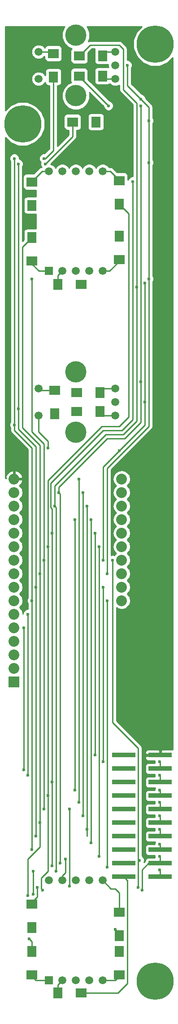
<source format=gbr>
G04 #@! TF.FileFunction,Copper,L2,Bot,Signal*
%FSLAX46Y46*%
G04 Gerber Fmt 4.6, Leading zero omitted, Abs format (unit mm)*
G04 Created by KiCad (PCBNEW 4.0.4+e1-6308~48~ubuntu14.04.1-stable) date Sun Sep 25 16:17:57 2016*
%MOMM*%
%LPD*%
G01*
G04 APERTURE LIST*
%ADD10C,0.100000*%
%ADD11C,1.500000*%
%ADD12R,1.500000X1.500000*%
%ADD13C,4.000000*%
%ADD14O,2.032000X2.032000*%
%ADD15R,2.032000X2.032000*%
%ADD16R,2.000000X1.800000*%
%ADD17R,1.800000X2.000000*%
%ADD18R,4.380000X0.890000*%
%ADD19C,7.000000*%
%ADD20C,0.600000*%
%ADD21C,0.250000*%
%ADD22C,0.254000*%
G04 APERTURE END LIST*
D10*
D11*
X108920000Y-27860000D03*
X111460000Y-27860000D03*
X114000000Y-27860000D03*
X116540000Y-27860000D03*
X119080000Y-27860000D03*
D12*
X108920000Y-46640000D03*
D11*
X111460000Y-46640000D03*
X119080000Y-46640000D03*
X116540000Y-46640000D03*
X114000000Y-46640000D03*
D13*
X114000000Y-65550000D03*
D11*
X107000000Y-73790000D03*
X121500000Y-68710000D03*
X121500000Y-71250000D03*
X121500000Y-73790000D03*
X107000000Y-68710000D03*
D13*
X114000000Y-76950000D03*
D14*
X122660000Y-108540000D03*
X122660000Y-106000000D03*
X122660000Y-103460000D03*
X122660000Y-100920000D03*
X122660000Y-98380000D03*
X122660000Y-95840000D03*
X122660000Y-93300000D03*
X122660000Y-90760000D03*
X122660000Y-88220000D03*
X122660000Y-85680000D03*
X102340000Y-85680000D03*
X102340000Y-88220000D03*
X102340000Y-90760000D03*
X102340000Y-93300000D03*
X102340000Y-95840000D03*
X102340000Y-98380000D03*
X102340000Y-100920000D03*
X102340000Y-103460000D03*
X102340000Y-106000000D03*
X102340000Y-108540000D03*
X102340000Y-111080000D03*
X102340000Y-113620000D03*
X102340000Y-116160000D03*
X102340000Y-118700000D03*
D15*
X102340000Y-123780000D03*
D14*
X102340000Y-121240000D03*
D16*
X114680000Y-6176000D03*
D17*
X119080000Y-6176000D03*
D16*
X114680000Y-9986000D03*
D17*
X119080000Y-9986000D03*
X109768000Y-10154000D03*
D16*
X109768000Y-5754000D03*
X114172000Y-69422000D03*
D17*
X118572000Y-69422000D03*
D16*
X114172000Y-72978000D03*
D17*
X118572000Y-72978000D03*
X110022000Y-73400000D03*
D16*
X110022000Y-69000000D03*
D17*
X105704000Y-34284000D03*
D16*
X105704000Y-29884000D03*
D17*
X122214000Y-34030000D03*
D16*
X122214000Y-29630000D03*
D17*
X105704000Y-169920000D03*
D16*
X105704000Y-165520000D03*
D17*
X122214000Y-171444000D03*
D16*
X122214000Y-167044000D03*
D18*
X123040000Y-137570000D03*
X123040000Y-140110000D03*
X123040000Y-142650000D03*
X123040000Y-145190000D03*
X123040000Y-147730000D03*
X123040000Y-150270000D03*
X123040000Y-152810000D03*
X123040000Y-155350000D03*
X123040000Y-157890000D03*
X123040000Y-160430000D03*
X129960000Y-160430000D03*
X129960000Y-157890000D03*
X129960000Y-155350000D03*
X129960000Y-152810000D03*
X129960000Y-137570000D03*
X129960000Y-140110000D03*
X129960000Y-142650000D03*
X129960000Y-145190000D03*
X129960000Y-147730000D03*
X129960000Y-150270000D03*
D13*
X114000000Y-2300000D03*
D11*
X107000000Y-10540000D03*
X121500000Y-5460000D03*
X121500000Y-8000000D03*
X121500000Y-10540000D03*
X107000000Y-5460000D03*
D13*
X114000000Y-13700000D03*
D11*
X108920000Y-161110000D03*
X111460000Y-161110000D03*
X114000000Y-161110000D03*
X116540000Y-161110000D03*
X119080000Y-161110000D03*
D12*
X108920000Y-179890000D03*
D11*
X111460000Y-179890000D03*
X119080000Y-179890000D03*
X116540000Y-179890000D03*
X114000000Y-179890000D03*
D17*
X122214000Y-174410000D03*
D16*
X122214000Y-178810000D03*
X115016000Y-182198000D03*
D17*
X110616000Y-182198000D03*
X105704000Y-174410000D03*
D16*
X105704000Y-178810000D03*
D17*
X122214000Y-40044000D03*
D16*
X122214000Y-44444000D03*
X115016000Y-49102000D03*
D17*
X110616000Y-49102000D03*
X105704000Y-40298000D03*
D16*
X105704000Y-44698000D03*
X113410000Y-18622000D03*
D17*
X117810000Y-18622000D03*
D19*
X129000000Y-4000000D03*
X104000000Y-19000000D03*
X129000000Y-180000000D03*
D20*
X127802000Y-18368000D03*
X126278000Y-14304000D03*
X123738000Y-7954000D03*
X127802000Y-26242000D03*
X127802000Y-48086000D03*
X119928000Y-103458000D03*
X117896000Y-18622000D03*
X127040000Y-48848000D03*
X127040000Y-71200000D03*
X122214000Y-80344000D03*
X108752000Y-79836000D03*
X119166000Y-100918000D03*
X126024000Y-157306000D03*
X112054000Y-157052000D03*
X120944000Y-100918000D03*
X125770000Y-162386000D03*
X126532000Y-162894000D03*
X118404000Y-156544000D03*
X129834000Y-156544000D03*
X118404000Y-98378000D03*
X116880000Y-154004000D03*
X129834000Y-154258000D03*
X116880000Y-93298000D03*
X116118000Y-151464000D03*
X129834000Y-151464000D03*
X116118000Y-90758000D03*
X115356000Y-148924000D03*
X129834000Y-148924000D03*
X115356000Y-88218000D03*
X114594000Y-146384000D03*
X129834000Y-146384000D03*
X114594000Y-85678000D03*
X113832000Y-144098000D03*
X129834000Y-144098000D03*
X113832000Y-93298000D03*
X129500000Y-136000000D03*
X105704000Y-34284000D03*
X124754000Y-29798000D03*
X105704000Y-169920000D03*
X109514000Y-158322000D03*
X105958000Y-159338000D03*
X105958000Y-163656000D03*
X123040000Y-142650000D03*
X109514000Y-142574000D03*
X109514000Y-95838000D03*
X121452000Y-170260000D03*
X107736000Y-162894000D03*
X123040000Y-145190000D03*
X108752000Y-145114000D03*
X108752000Y-98378000D03*
X122214000Y-40044000D03*
X105704000Y-48086000D03*
X112816000Y-147654000D03*
X122214000Y-174410000D03*
X112816000Y-162132000D03*
X123040000Y-147730000D03*
X107990000Y-100918000D03*
X107990000Y-147654000D03*
X104942000Y-163910000D03*
X105196000Y-172038000D03*
X123040000Y-150270000D03*
X107228000Y-150194000D03*
X107228000Y-103458000D03*
X108244000Y-26496000D03*
X103164000Y-26496000D03*
X110022000Y-73400000D03*
X103164000Y-72470000D03*
X123040000Y-152810000D03*
X106466000Y-105998000D03*
X106466000Y-152734000D03*
X102402000Y-25480000D03*
X107990000Y-25480000D03*
X114172000Y-72978000D03*
X102402000Y-75518000D03*
X123040000Y-155350000D03*
X105704000Y-108538000D03*
X105704000Y-155274000D03*
X120182000Y-15574000D03*
X126278000Y-15574000D03*
X114172000Y-69422000D03*
X126278000Y-67390000D03*
X123040000Y-157890000D03*
X110784000Y-88218000D03*
X111038000Y-157814000D03*
X115016000Y-49102000D03*
X125516000Y-49610000D03*
X123040000Y-160430000D03*
X110022000Y-90758000D03*
X110276000Y-159338000D03*
X119928000Y-158576000D03*
X129834000Y-159084000D03*
X119928000Y-108538000D03*
X106720000Y-162386000D03*
X123040000Y-137570000D03*
X117642000Y-95838000D03*
X117642000Y-137494000D03*
X123040000Y-140110000D03*
X104180000Y-113618000D03*
X104180000Y-140288000D03*
X119166000Y-138764000D03*
X129834000Y-138764000D03*
X119166000Y-105998000D03*
X104942000Y-141304000D03*
X129834000Y-141304000D03*
X104942000Y-111078000D03*
D21*
X127802000Y-15828000D02*
X127802000Y-17352000D01*
X123738000Y-11764000D02*
X126278000Y-14304000D01*
X126278000Y-14304000D02*
X127802000Y-15828000D01*
X123738000Y-7954000D02*
X123738000Y-11764000D01*
X119928000Y-84916000D02*
X119928000Y-83646000D01*
X127802000Y-24718000D02*
X127802000Y-18368000D01*
X127802000Y-18368000D02*
X127802000Y-17352000D01*
X127802000Y-17352000D02*
X127802000Y-17098000D01*
X127802000Y-75772000D02*
X127802000Y-48086000D01*
X127802000Y-48086000D02*
X127802000Y-26242000D01*
X127802000Y-26242000D02*
X127802000Y-24718000D01*
X119928000Y-83646000D02*
X127802000Y-75772000D01*
X119928000Y-103458000D02*
X119928000Y-96346000D01*
X119928000Y-96346000D02*
X119928000Y-91774000D01*
X119928000Y-91774000D02*
X119928000Y-86186000D01*
X119928000Y-86186000D02*
X119928000Y-84916000D01*
X119928000Y-84916000D02*
X119928000Y-84662000D01*
X117896000Y-18622000D02*
X117810000Y-18622000D01*
X127040000Y-48848000D02*
X127040000Y-49610000D01*
X107000000Y-73790000D02*
X107000000Y-76814000D01*
X108752000Y-78566000D02*
X108752000Y-79836000D01*
X107000000Y-76814000D02*
X108752000Y-78566000D01*
X123738000Y-78820000D02*
X122214000Y-80344000D01*
X122214000Y-80344000D02*
X119166000Y-83392000D01*
X119166000Y-84916000D02*
X119166000Y-84662000D01*
X119166000Y-100918000D02*
X119166000Y-84916000D01*
X123738000Y-78820000D02*
X127040000Y-75518000D01*
X127040000Y-75518000D02*
X127040000Y-71200000D01*
X127040000Y-71200000D02*
X127040000Y-49610000D01*
X127040000Y-49610000D02*
X127040000Y-49356000D01*
X119166000Y-83392000D02*
X119166000Y-84662000D01*
X111460000Y-161110000D02*
X111460000Y-160186000D01*
X126024000Y-157306000D02*
X125770000Y-157560000D01*
X112054000Y-159592000D02*
X112054000Y-157052000D01*
X111460000Y-160186000D02*
X112054000Y-159592000D01*
X120944000Y-100918000D02*
X120944000Y-131398000D01*
X125770000Y-136224000D02*
X120944000Y-131398000D01*
X125770000Y-162386000D02*
X125770000Y-157560000D01*
X125770000Y-157560000D02*
X125770000Y-136224000D01*
X105704000Y-44698000D02*
X105704000Y-45292000D01*
X105704000Y-45292000D02*
X107052000Y-46640000D01*
X107052000Y-46640000D02*
X108920000Y-46640000D01*
X129960000Y-157890000D02*
X127726000Y-157890000D01*
X126532000Y-159084000D02*
X127726000Y-157890000D01*
X126532000Y-160100000D02*
X126532000Y-159084000D01*
X126532000Y-162894000D02*
X126532000Y-160100000D01*
X129960000Y-157890000D02*
X129960000Y-156670000D01*
X129960000Y-156670000D02*
X129834000Y-156544000D01*
X118404000Y-154766000D02*
X118404000Y-156544000D01*
X118404000Y-144098000D02*
X118404000Y-154766000D01*
X118404000Y-139018000D02*
X118404000Y-144098000D01*
X118404000Y-126064000D02*
X118404000Y-139018000D01*
X118404000Y-113618000D02*
X118404000Y-126064000D01*
X118404000Y-98378000D02*
X118404000Y-113618000D01*
X110616000Y-49102000D02*
X110616000Y-47484000D01*
X110616000Y-47484000D02*
X111460000Y-46640000D01*
X129960000Y-155350000D02*
X129960000Y-154384000D01*
X129960000Y-154384000D02*
X129834000Y-154258000D01*
X116880000Y-148162000D02*
X116880000Y-154004000D01*
X116880000Y-136986000D02*
X116880000Y-148162000D01*
X116880000Y-93298000D02*
X116880000Y-136986000D01*
X119080000Y-46640000D02*
X120358000Y-46640000D01*
X120358000Y-46640000D02*
X122214000Y-44784000D01*
X122214000Y-44784000D02*
X122214000Y-44444000D01*
X129960000Y-152810000D02*
X129960000Y-151590000D01*
X129960000Y-151590000D02*
X129834000Y-151464000D01*
X116118000Y-90758000D02*
X116118000Y-151464000D01*
X116118000Y-151464000D02*
X116118000Y-152734000D01*
X105704000Y-178810000D02*
X105704000Y-179150000D01*
X105704000Y-179150000D02*
X106444000Y-179890000D01*
X106444000Y-179890000D02*
X108920000Y-179890000D01*
X129960000Y-150270000D02*
X129960000Y-149050000D01*
X129960000Y-149050000D02*
X129834000Y-148924000D01*
X115356000Y-88218000D02*
X115356000Y-148924000D01*
X110616000Y-182198000D02*
X110616000Y-180734000D01*
X110616000Y-180734000D02*
X111460000Y-179890000D01*
X129960000Y-147730000D02*
X129960000Y-146510000D01*
X129960000Y-146510000D02*
X129834000Y-146384000D01*
X114594000Y-85678000D02*
X114594000Y-146384000D01*
X119080000Y-179890000D02*
X121430000Y-179890000D01*
X121430000Y-179890000D02*
X122214000Y-179106000D01*
X122214000Y-179106000D02*
X122214000Y-178810000D01*
X129960000Y-145190000D02*
X129960000Y-144224000D01*
X129960000Y-144224000D02*
X129834000Y-144098000D01*
X113832000Y-93298000D02*
X113832000Y-144098000D01*
X129960000Y-137570000D02*
X129960000Y-136460000D01*
X129960000Y-136460000D02*
X129500000Y-136000000D01*
X109514000Y-91266000D02*
X109260000Y-91012000D01*
X109260000Y-91012000D02*
X109260000Y-86440000D01*
X109260000Y-86440000D02*
X119166000Y-76534000D01*
X119166000Y-76534000D02*
X122722000Y-76534000D01*
X122722000Y-76534000D02*
X124754000Y-74502000D01*
X124754000Y-74502000D02*
X124754000Y-52404000D01*
X109514000Y-95838000D02*
X109514000Y-91266000D01*
X124754000Y-29798000D02*
X124754000Y-52404000D01*
X109514000Y-142574000D02*
X109514000Y-158322000D01*
X105958000Y-163656000D02*
X105958000Y-159338000D01*
X109514000Y-95842000D02*
X109514000Y-142320000D01*
X109514000Y-142574000D02*
X109514000Y-142320000D01*
X109514000Y-95838000D02*
X109514000Y-95842000D01*
X109516000Y-95840000D02*
X109514000Y-95842000D01*
X108752000Y-98378000D02*
X108752000Y-85932000D01*
X123992000Y-35808000D02*
X122214000Y-34030000D01*
X123992000Y-73994000D02*
X123992000Y-35808000D01*
X122214000Y-75772000D02*
X123992000Y-73994000D01*
X118912000Y-75772000D02*
X122214000Y-75772000D01*
X108752000Y-85932000D02*
X118912000Y-75772000D01*
X122214000Y-171444000D02*
X122214000Y-171022000D01*
X122214000Y-171022000D02*
X121452000Y-170260000D01*
X107736000Y-162894000D02*
X107482000Y-162640000D01*
X107482000Y-162640000D02*
X107482000Y-160608000D01*
X107482000Y-160608000D02*
X108752000Y-159338000D01*
X108752000Y-159338000D02*
X108752000Y-145114000D01*
X108752000Y-98636000D02*
X108752000Y-145114000D01*
X108752000Y-98378000D02*
X108752000Y-98636000D01*
X105704000Y-48086000D02*
X105704000Y-50880000D01*
X107990000Y-79074000D02*
X105704000Y-76788000D01*
X105704000Y-76788000D02*
X105704000Y-50880000D01*
X107990000Y-79074000D02*
X107990000Y-100918000D01*
X112816000Y-147654000D02*
X112816000Y-162132000D01*
X107990000Y-100918000D02*
X107990000Y-101176000D01*
X107990000Y-101176000D02*
X107990000Y-147654000D01*
X107228000Y-103458000D02*
X107228000Y-79328000D01*
X103926000Y-42076000D02*
X105704000Y-40298000D01*
X103926000Y-76026000D02*
X103926000Y-42076000D01*
X107228000Y-79328000D02*
X103926000Y-76026000D01*
X104942000Y-157306000D02*
X104942000Y-157052000D01*
X104942000Y-163910000D02*
X104942000Y-157306000D01*
X105704000Y-174410000D02*
X105704000Y-172546000D01*
X105704000Y-172546000D02*
X105196000Y-172038000D01*
X107228000Y-154766000D02*
X107228000Y-154258000D01*
X104942000Y-157052000D02*
X107228000Y-154766000D01*
X107228000Y-154512000D02*
X107228000Y-154258000D01*
X107228000Y-154258000D02*
X107228000Y-150194000D01*
X107228000Y-103462000D02*
X107228000Y-150194000D01*
X107228000Y-103458000D02*
X107228000Y-103462000D01*
X107226000Y-103460000D02*
X107228000Y-103462000D01*
X113410000Y-21330000D02*
X113410000Y-18622000D01*
X108244000Y-26496000D02*
X113410000Y-21330000D01*
X106466000Y-105998000D02*
X106466000Y-79582000D01*
X103164000Y-76280000D02*
X103164000Y-72470000D01*
X103164000Y-72470000D02*
X103164000Y-26496000D01*
X106466000Y-79582000D02*
X103164000Y-76280000D01*
X106466000Y-105998000D02*
X106466000Y-106256000D01*
X106466000Y-106256000D02*
X106466000Y-152734000D01*
X109768000Y-10154000D02*
X109768000Y-23956000D01*
X108244000Y-25480000D02*
X107990000Y-25480000D01*
X109768000Y-23956000D02*
X108244000Y-25480000D01*
X105704000Y-108538000D02*
X105704000Y-79836000D01*
X102402000Y-76534000D02*
X102402000Y-75518000D01*
X102402000Y-75518000D02*
X102402000Y-25480000D01*
X105704000Y-79836000D02*
X102402000Y-76534000D01*
X105704000Y-108538000D02*
X105704000Y-108796000D01*
X105704000Y-108796000D02*
X105704000Y-155020000D01*
X105704000Y-155274000D02*
X105704000Y-155020000D01*
X114680000Y-9986000D02*
X114680000Y-10072000D01*
X114680000Y-10072000D02*
X120182000Y-15574000D01*
X126278000Y-67390000D02*
X126278000Y-17352000D01*
X126278000Y-15574000D02*
X126278000Y-17352000D01*
X110784000Y-88218000D02*
X110784000Y-87202000D01*
X126278000Y-75010000D02*
X126278000Y-67390000D01*
X123230000Y-78058000D02*
X126278000Y-75010000D01*
X119928000Y-78058000D02*
X123230000Y-78058000D01*
X110784000Y-87202000D02*
X119928000Y-78058000D01*
X110784000Y-88218000D02*
X111038000Y-88472000D01*
X111038000Y-88472000D02*
X111038000Y-153750000D01*
X111038000Y-157814000D02*
X111038000Y-153750000D01*
X125516000Y-16844000D02*
X125516000Y-15066000D01*
X125516000Y-49102000D02*
X125516000Y-24718000D01*
X125516000Y-49610000D02*
X125516000Y-49102000D01*
X125516000Y-24718000D02*
X125516000Y-16844000D01*
X116712000Y-4144000D02*
X114680000Y-6176000D01*
X122214000Y-4144000D02*
X116712000Y-4144000D01*
X122976000Y-4906000D02*
X122214000Y-4144000D01*
X122976000Y-12526000D02*
X122976000Y-4906000D01*
X125516000Y-15066000D02*
X122976000Y-12526000D01*
X110022000Y-90758000D02*
X110022000Y-86948000D01*
X125516000Y-74756000D02*
X125516000Y-49610000D01*
X122976000Y-77296000D02*
X125516000Y-74756000D01*
X119674000Y-77296000D02*
X122976000Y-77296000D01*
X110022000Y-86948000D02*
X119674000Y-77296000D01*
X115016000Y-182198000D02*
X121960000Y-182198000D01*
X123738000Y-161128000D02*
X123040000Y-160430000D01*
X123738000Y-180420000D02*
X123738000Y-161128000D01*
X121960000Y-182198000D02*
X123738000Y-180420000D01*
X110022000Y-90758000D02*
X110276000Y-91012000D01*
X110276000Y-91012000D02*
X110276000Y-154258000D01*
X110276000Y-159338000D02*
X110276000Y-154258000D01*
X129960000Y-160430000D02*
X129960000Y-159210000D01*
X119928000Y-158576000D02*
X119928000Y-156798000D01*
X129960000Y-159210000D02*
X129834000Y-159084000D01*
X119928000Y-109300000D02*
X119928000Y-108538000D01*
X119928000Y-157052000D02*
X119928000Y-156798000D01*
X119928000Y-156798000D02*
X119928000Y-109300000D01*
X119080000Y-6176000D02*
X119080000Y-6008000D01*
X119080000Y-6008000D02*
X119628000Y-5460000D01*
X119628000Y-5460000D02*
X121500000Y-5460000D01*
X121500000Y-10540000D02*
X119634000Y-10540000D01*
X119634000Y-10540000D02*
X119080000Y-9986000D01*
X107000000Y-5460000D02*
X109474000Y-5460000D01*
X109474000Y-5460000D02*
X109768000Y-5754000D01*
X118572000Y-69422000D02*
X118658000Y-69422000D01*
X118658000Y-69422000D02*
X119370000Y-68710000D01*
X119370000Y-68710000D02*
X121500000Y-68710000D01*
X118572000Y-72978000D02*
X118572000Y-73146000D01*
X118572000Y-73146000D02*
X119216000Y-73790000D01*
X119216000Y-73790000D02*
X121500000Y-73790000D01*
X110022000Y-69000000D02*
X107290000Y-69000000D01*
X107290000Y-69000000D02*
X107000000Y-68710000D01*
X108920000Y-27860000D02*
X107642000Y-27860000D01*
X107642000Y-27860000D02*
X105704000Y-29798000D01*
X105704000Y-29798000D02*
X105704000Y-29884000D01*
X119080000Y-27860000D02*
X120530000Y-27860000D01*
X120530000Y-27860000D02*
X122214000Y-29544000D01*
X122214000Y-29544000D02*
X122214000Y-29630000D01*
X105704000Y-165520000D02*
X105704000Y-165180000D01*
X105704000Y-165180000D02*
X106720000Y-164164000D01*
X106720000Y-164164000D02*
X106720000Y-162386000D01*
X122214000Y-167044000D02*
X122214000Y-163402000D01*
X120610000Y-162640000D02*
X119080000Y-161110000D01*
X121452000Y-162640000D02*
X120610000Y-162640000D01*
X122214000Y-163402000D02*
X121452000Y-162640000D01*
X117642000Y-95838000D02*
X117642000Y-137494000D01*
X104180000Y-113618000D02*
X104180000Y-115396000D01*
X104180000Y-115396000D02*
X104180000Y-140288000D01*
X102340000Y-113620000D02*
X102404000Y-113620000D01*
X129960000Y-140110000D02*
X129960000Y-138890000D01*
X129960000Y-138890000D02*
X129834000Y-138764000D01*
X119166000Y-105998000D02*
X119166000Y-138764000D01*
X129960000Y-142650000D02*
X129960000Y-141430000D01*
X129960000Y-141430000D02*
X129834000Y-141304000D01*
X104942000Y-113618000D02*
X104942000Y-141304000D01*
X104942000Y-111078000D02*
X104942000Y-113618000D01*
X102340000Y-111080000D02*
X102404000Y-111080000D01*
D22*
G36*
X125496562Y-1654653D02*
X124865720Y-3173889D01*
X124864284Y-4818894D01*
X125492474Y-6339229D01*
X126654653Y-7503438D01*
X128173889Y-8134280D01*
X129818894Y-8135716D01*
X131339229Y-7507526D01*
X132290000Y-6558413D01*
X132290000Y-136495671D01*
X132276310Y-136490000D01*
X130245750Y-136490000D01*
X130087000Y-136648750D01*
X130087000Y-137443000D01*
X130107000Y-137443000D01*
X130107000Y-137697000D01*
X130087000Y-137697000D01*
X130087000Y-137717000D01*
X129833000Y-137717000D01*
X129833000Y-137697000D01*
X127293750Y-137697000D01*
X127135000Y-137855750D01*
X127135000Y-138141309D01*
X127231673Y-138374698D01*
X127410301Y-138553327D01*
X127643690Y-138650000D01*
X128899099Y-138650000D01*
X128898838Y-138949167D01*
X128927097Y-139017560D01*
X127770000Y-139017560D01*
X127534683Y-139061838D01*
X127318559Y-139200910D01*
X127173569Y-139413110D01*
X127122560Y-139665000D01*
X127122560Y-140555000D01*
X127166838Y-140790317D01*
X127305910Y-141006441D01*
X127518110Y-141151431D01*
X127770000Y-141202440D01*
X128899088Y-141202440D01*
X128898838Y-141489167D01*
X128927097Y-141557560D01*
X127770000Y-141557560D01*
X127534683Y-141601838D01*
X127318559Y-141740910D01*
X127173569Y-141953110D01*
X127122560Y-142205000D01*
X127122560Y-143095000D01*
X127166838Y-143330317D01*
X127305910Y-143546441D01*
X127518110Y-143691431D01*
X127770000Y-143742440D01*
X128969238Y-143742440D01*
X128899162Y-143911201D01*
X128899000Y-144097560D01*
X127770000Y-144097560D01*
X127534683Y-144141838D01*
X127318559Y-144280910D01*
X127173569Y-144493110D01*
X127122560Y-144745000D01*
X127122560Y-145635000D01*
X127166838Y-145870317D01*
X127305910Y-146086441D01*
X127518110Y-146231431D01*
X127770000Y-146282440D01*
X128899088Y-146282440D01*
X128898838Y-146569167D01*
X128927097Y-146637560D01*
X127770000Y-146637560D01*
X127534683Y-146681838D01*
X127318559Y-146820910D01*
X127173569Y-147033110D01*
X127122560Y-147285000D01*
X127122560Y-148175000D01*
X127166838Y-148410317D01*
X127305910Y-148626441D01*
X127518110Y-148771431D01*
X127770000Y-148822440D01*
X128899088Y-148822440D01*
X128898838Y-149109167D01*
X128927097Y-149177560D01*
X127770000Y-149177560D01*
X127534683Y-149221838D01*
X127318559Y-149360910D01*
X127173569Y-149573110D01*
X127122560Y-149825000D01*
X127122560Y-150715000D01*
X127166838Y-150950317D01*
X127305910Y-151166441D01*
X127518110Y-151311431D01*
X127770000Y-151362440D01*
X128899088Y-151362440D01*
X128898838Y-151649167D01*
X128927097Y-151717560D01*
X127770000Y-151717560D01*
X127534683Y-151761838D01*
X127318559Y-151900910D01*
X127173569Y-152113110D01*
X127122560Y-152365000D01*
X127122560Y-153255000D01*
X127166838Y-153490317D01*
X127305910Y-153706441D01*
X127518110Y-153851431D01*
X127770000Y-153902440D01*
X128969238Y-153902440D01*
X128899162Y-154071201D01*
X128899000Y-154257560D01*
X127770000Y-154257560D01*
X127534683Y-154301838D01*
X127318559Y-154440910D01*
X127173569Y-154653110D01*
X127122560Y-154905000D01*
X127122560Y-155795000D01*
X127166838Y-156030317D01*
X127305910Y-156246441D01*
X127518110Y-156391431D01*
X127770000Y-156442440D01*
X128899088Y-156442440D01*
X128898838Y-156729167D01*
X128927097Y-156797560D01*
X127770000Y-156797560D01*
X127534683Y-156841838D01*
X127318559Y-156980910D01*
X127173569Y-157193110D01*
X127129254Y-157411944D01*
X126895241Y-157645957D01*
X126958838Y-157492799D01*
X126959162Y-157120833D01*
X126817117Y-156777057D01*
X126554327Y-156513808D01*
X126530000Y-156503706D01*
X126530000Y-136998691D01*
X127135000Y-136998691D01*
X127135000Y-137284250D01*
X127293750Y-137443000D01*
X129833000Y-137443000D01*
X129833000Y-136648750D01*
X129674250Y-136490000D01*
X127643690Y-136490000D01*
X127410301Y-136586673D01*
X127231673Y-136765302D01*
X127135000Y-136998691D01*
X126530000Y-136998691D01*
X126530000Y-136224000D01*
X126472148Y-135933161D01*
X126307401Y-135686599D01*
X121704000Y-131083198D01*
X121704000Y-109870320D01*
X121995845Y-110065325D01*
X122627655Y-110191000D01*
X122692345Y-110191000D01*
X123324155Y-110065325D01*
X123859778Y-109707433D01*
X124217670Y-109171810D01*
X124343345Y-108540000D01*
X124217670Y-107908190D01*
X123859778Y-107372567D01*
X123706276Y-107270000D01*
X123859778Y-107167433D01*
X124217670Y-106631810D01*
X124343345Y-106000000D01*
X124217670Y-105368190D01*
X123859778Y-104832567D01*
X123706276Y-104730000D01*
X123859778Y-104627433D01*
X124217670Y-104091810D01*
X124343345Y-103460000D01*
X124217670Y-102828190D01*
X123859778Y-102292567D01*
X123706276Y-102190000D01*
X123859778Y-102087433D01*
X124217670Y-101551810D01*
X124343345Y-100920000D01*
X124217670Y-100288190D01*
X123859778Y-99752567D01*
X123706276Y-99650000D01*
X123859778Y-99547433D01*
X124217670Y-99011810D01*
X124343345Y-98380000D01*
X124217670Y-97748190D01*
X123859778Y-97212567D01*
X123706276Y-97110000D01*
X123859778Y-97007433D01*
X124217670Y-96471810D01*
X124343345Y-95840000D01*
X124217670Y-95208190D01*
X123859778Y-94672567D01*
X123706276Y-94570000D01*
X123859778Y-94467433D01*
X124217670Y-93931810D01*
X124343345Y-93300000D01*
X124217670Y-92668190D01*
X123859778Y-92132567D01*
X123706276Y-92030000D01*
X123859778Y-91927433D01*
X124217670Y-91391810D01*
X124343345Y-90760000D01*
X124217670Y-90128190D01*
X123859778Y-89592567D01*
X123706276Y-89490000D01*
X123859778Y-89387433D01*
X124217670Y-88851810D01*
X124343345Y-88220000D01*
X124217670Y-87588190D01*
X123859778Y-87052567D01*
X123706276Y-86950000D01*
X123859778Y-86847433D01*
X124217670Y-86311810D01*
X124343345Y-85680000D01*
X124217670Y-85048190D01*
X123859778Y-84512567D01*
X123324155Y-84154675D01*
X122692345Y-84029000D01*
X122627655Y-84029000D01*
X121995845Y-84154675D01*
X121460222Y-84512567D01*
X121102330Y-85048190D01*
X120976655Y-85680000D01*
X121102330Y-86311810D01*
X121460222Y-86847433D01*
X121613724Y-86950000D01*
X121460222Y-87052567D01*
X121102330Y-87588190D01*
X120976655Y-88220000D01*
X121102330Y-88851810D01*
X121460222Y-89387433D01*
X121613724Y-89490000D01*
X121460222Y-89592567D01*
X121102330Y-90128190D01*
X120976655Y-90760000D01*
X121102330Y-91391810D01*
X121460222Y-91927433D01*
X121613724Y-92030000D01*
X121460222Y-92132567D01*
X121102330Y-92668190D01*
X120976655Y-93300000D01*
X121102330Y-93931810D01*
X121460222Y-94467433D01*
X121613724Y-94570000D01*
X121460222Y-94672567D01*
X121102330Y-95208190D01*
X120976655Y-95840000D01*
X121102330Y-96471810D01*
X121460222Y-97007433D01*
X121613724Y-97110000D01*
X121460222Y-97212567D01*
X121102330Y-97748190D01*
X120976655Y-98380000D01*
X121102330Y-99011810D01*
X121460222Y-99547433D01*
X121613724Y-99650000D01*
X121460222Y-99752567D01*
X121268060Y-100040158D01*
X121130799Y-99983162D01*
X120758833Y-99982838D01*
X120688000Y-100012106D01*
X120688000Y-83960802D01*
X128339401Y-76309401D01*
X128504148Y-76062839D01*
X128562000Y-75772000D01*
X128562000Y-48648463D01*
X128594192Y-48616327D01*
X128736838Y-48272799D01*
X128737162Y-47900833D01*
X128595117Y-47557057D01*
X128562000Y-47523882D01*
X128562000Y-26804463D01*
X128594192Y-26772327D01*
X128736838Y-26428799D01*
X128737162Y-26056833D01*
X128595117Y-25713057D01*
X128562000Y-25679882D01*
X128562000Y-18930463D01*
X128594192Y-18898327D01*
X128736838Y-18554799D01*
X128737162Y-18182833D01*
X128595117Y-17839057D01*
X128562000Y-17805882D01*
X128562000Y-15828000D01*
X128504148Y-15537161D01*
X128504148Y-15537160D01*
X128339401Y-15290599D01*
X127213122Y-14164320D01*
X127213162Y-14118833D01*
X127071117Y-13775057D01*
X126808327Y-13511808D01*
X126464799Y-13369162D01*
X126417923Y-13369121D01*
X124498000Y-11449198D01*
X124498000Y-8516463D01*
X124530192Y-8484327D01*
X124672838Y-8140799D01*
X124673162Y-7768833D01*
X124531117Y-7425057D01*
X124268327Y-7161808D01*
X123924799Y-7019162D01*
X123736000Y-7018998D01*
X123736000Y-4906000D01*
X123678148Y-4615161D01*
X123513401Y-4368599D01*
X122751401Y-3606599D01*
X122504839Y-3441852D01*
X122214000Y-3384000D01*
X116712000Y-3384000D01*
X116421161Y-3441852D01*
X116362808Y-3480842D01*
X116634542Y-2826433D01*
X116635457Y-1778166D01*
X116235147Y-809342D01*
X116135978Y-710000D01*
X126442865Y-710000D01*
X125496562Y-1654653D01*
X125496562Y-1654653D01*
G37*
X125496562Y-1654653D02*
X124865720Y-3173889D01*
X124864284Y-4818894D01*
X125492474Y-6339229D01*
X126654653Y-7503438D01*
X128173889Y-8134280D01*
X129818894Y-8135716D01*
X131339229Y-7507526D01*
X132290000Y-6558413D01*
X132290000Y-136495671D01*
X132276310Y-136490000D01*
X130245750Y-136490000D01*
X130087000Y-136648750D01*
X130087000Y-137443000D01*
X130107000Y-137443000D01*
X130107000Y-137697000D01*
X130087000Y-137697000D01*
X130087000Y-137717000D01*
X129833000Y-137717000D01*
X129833000Y-137697000D01*
X127293750Y-137697000D01*
X127135000Y-137855750D01*
X127135000Y-138141309D01*
X127231673Y-138374698D01*
X127410301Y-138553327D01*
X127643690Y-138650000D01*
X128899099Y-138650000D01*
X128898838Y-138949167D01*
X128927097Y-139017560D01*
X127770000Y-139017560D01*
X127534683Y-139061838D01*
X127318559Y-139200910D01*
X127173569Y-139413110D01*
X127122560Y-139665000D01*
X127122560Y-140555000D01*
X127166838Y-140790317D01*
X127305910Y-141006441D01*
X127518110Y-141151431D01*
X127770000Y-141202440D01*
X128899088Y-141202440D01*
X128898838Y-141489167D01*
X128927097Y-141557560D01*
X127770000Y-141557560D01*
X127534683Y-141601838D01*
X127318559Y-141740910D01*
X127173569Y-141953110D01*
X127122560Y-142205000D01*
X127122560Y-143095000D01*
X127166838Y-143330317D01*
X127305910Y-143546441D01*
X127518110Y-143691431D01*
X127770000Y-143742440D01*
X128969238Y-143742440D01*
X128899162Y-143911201D01*
X128899000Y-144097560D01*
X127770000Y-144097560D01*
X127534683Y-144141838D01*
X127318559Y-144280910D01*
X127173569Y-144493110D01*
X127122560Y-144745000D01*
X127122560Y-145635000D01*
X127166838Y-145870317D01*
X127305910Y-146086441D01*
X127518110Y-146231431D01*
X127770000Y-146282440D01*
X128899088Y-146282440D01*
X128898838Y-146569167D01*
X128927097Y-146637560D01*
X127770000Y-146637560D01*
X127534683Y-146681838D01*
X127318559Y-146820910D01*
X127173569Y-147033110D01*
X127122560Y-147285000D01*
X127122560Y-148175000D01*
X127166838Y-148410317D01*
X127305910Y-148626441D01*
X127518110Y-148771431D01*
X127770000Y-148822440D01*
X128899088Y-148822440D01*
X128898838Y-149109167D01*
X128927097Y-149177560D01*
X127770000Y-149177560D01*
X127534683Y-149221838D01*
X127318559Y-149360910D01*
X127173569Y-149573110D01*
X127122560Y-149825000D01*
X127122560Y-150715000D01*
X127166838Y-150950317D01*
X127305910Y-151166441D01*
X127518110Y-151311431D01*
X127770000Y-151362440D01*
X128899088Y-151362440D01*
X128898838Y-151649167D01*
X128927097Y-151717560D01*
X127770000Y-151717560D01*
X127534683Y-151761838D01*
X127318559Y-151900910D01*
X127173569Y-152113110D01*
X127122560Y-152365000D01*
X127122560Y-153255000D01*
X127166838Y-153490317D01*
X127305910Y-153706441D01*
X127518110Y-153851431D01*
X127770000Y-153902440D01*
X128969238Y-153902440D01*
X128899162Y-154071201D01*
X128899000Y-154257560D01*
X127770000Y-154257560D01*
X127534683Y-154301838D01*
X127318559Y-154440910D01*
X127173569Y-154653110D01*
X127122560Y-154905000D01*
X127122560Y-155795000D01*
X127166838Y-156030317D01*
X127305910Y-156246441D01*
X127518110Y-156391431D01*
X127770000Y-156442440D01*
X128899088Y-156442440D01*
X128898838Y-156729167D01*
X128927097Y-156797560D01*
X127770000Y-156797560D01*
X127534683Y-156841838D01*
X127318559Y-156980910D01*
X127173569Y-157193110D01*
X127129254Y-157411944D01*
X126895241Y-157645957D01*
X126958838Y-157492799D01*
X126959162Y-157120833D01*
X126817117Y-156777057D01*
X126554327Y-156513808D01*
X126530000Y-156503706D01*
X126530000Y-136998691D01*
X127135000Y-136998691D01*
X127135000Y-137284250D01*
X127293750Y-137443000D01*
X129833000Y-137443000D01*
X129833000Y-136648750D01*
X129674250Y-136490000D01*
X127643690Y-136490000D01*
X127410301Y-136586673D01*
X127231673Y-136765302D01*
X127135000Y-136998691D01*
X126530000Y-136998691D01*
X126530000Y-136224000D01*
X126472148Y-135933161D01*
X126307401Y-135686599D01*
X121704000Y-131083198D01*
X121704000Y-109870320D01*
X121995845Y-110065325D01*
X122627655Y-110191000D01*
X122692345Y-110191000D01*
X123324155Y-110065325D01*
X123859778Y-109707433D01*
X124217670Y-109171810D01*
X124343345Y-108540000D01*
X124217670Y-107908190D01*
X123859778Y-107372567D01*
X123706276Y-107270000D01*
X123859778Y-107167433D01*
X124217670Y-106631810D01*
X124343345Y-106000000D01*
X124217670Y-105368190D01*
X123859778Y-104832567D01*
X123706276Y-104730000D01*
X123859778Y-104627433D01*
X124217670Y-104091810D01*
X124343345Y-103460000D01*
X124217670Y-102828190D01*
X123859778Y-102292567D01*
X123706276Y-102190000D01*
X123859778Y-102087433D01*
X124217670Y-101551810D01*
X124343345Y-100920000D01*
X124217670Y-100288190D01*
X123859778Y-99752567D01*
X123706276Y-99650000D01*
X123859778Y-99547433D01*
X124217670Y-99011810D01*
X124343345Y-98380000D01*
X124217670Y-97748190D01*
X123859778Y-97212567D01*
X123706276Y-97110000D01*
X123859778Y-97007433D01*
X124217670Y-96471810D01*
X124343345Y-95840000D01*
X124217670Y-95208190D01*
X123859778Y-94672567D01*
X123706276Y-94570000D01*
X123859778Y-94467433D01*
X124217670Y-93931810D01*
X124343345Y-93300000D01*
X124217670Y-92668190D01*
X123859778Y-92132567D01*
X123706276Y-92030000D01*
X123859778Y-91927433D01*
X124217670Y-91391810D01*
X124343345Y-90760000D01*
X124217670Y-90128190D01*
X123859778Y-89592567D01*
X123706276Y-89490000D01*
X123859778Y-89387433D01*
X124217670Y-88851810D01*
X124343345Y-88220000D01*
X124217670Y-87588190D01*
X123859778Y-87052567D01*
X123706276Y-86950000D01*
X123859778Y-86847433D01*
X124217670Y-86311810D01*
X124343345Y-85680000D01*
X124217670Y-85048190D01*
X123859778Y-84512567D01*
X123324155Y-84154675D01*
X122692345Y-84029000D01*
X122627655Y-84029000D01*
X121995845Y-84154675D01*
X121460222Y-84512567D01*
X121102330Y-85048190D01*
X120976655Y-85680000D01*
X121102330Y-86311810D01*
X121460222Y-86847433D01*
X121613724Y-86950000D01*
X121460222Y-87052567D01*
X121102330Y-87588190D01*
X120976655Y-88220000D01*
X121102330Y-88851810D01*
X121460222Y-89387433D01*
X121613724Y-89490000D01*
X121460222Y-89592567D01*
X121102330Y-90128190D01*
X120976655Y-90760000D01*
X121102330Y-91391810D01*
X121460222Y-91927433D01*
X121613724Y-92030000D01*
X121460222Y-92132567D01*
X121102330Y-92668190D01*
X120976655Y-93300000D01*
X121102330Y-93931810D01*
X121460222Y-94467433D01*
X121613724Y-94570000D01*
X121460222Y-94672567D01*
X121102330Y-95208190D01*
X120976655Y-95840000D01*
X121102330Y-96471810D01*
X121460222Y-97007433D01*
X121613724Y-97110000D01*
X121460222Y-97212567D01*
X121102330Y-97748190D01*
X120976655Y-98380000D01*
X121102330Y-99011810D01*
X121460222Y-99547433D01*
X121613724Y-99650000D01*
X121460222Y-99752567D01*
X121268060Y-100040158D01*
X121130799Y-99983162D01*
X120758833Y-99982838D01*
X120688000Y-100012106D01*
X120688000Y-83960802D01*
X128339401Y-76309401D01*
X128504148Y-76062839D01*
X128562000Y-75772000D01*
X128562000Y-48648463D01*
X128594192Y-48616327D01*
X128736838Y-48272799D01*
X128737162Y-47900833D01*
X128595117Y-47557057D01*
X128562000Y-47523882D01*
X128562000Y-26804463D01*
X128594192Y-26772327D01*
X128736838Y-26428799D01*
X128737162Y-26056833D01*
X128595117Y-25713057D01*
X128562000Y-25679882D01*
X128562000Y-18930463D01*
X128594192Y-18898327D01*
X128736838Y-18554799D01*
X128737162Y-18182833D01*
X128595117Y-17839057D01*
X128562000Y-17805882D01*
X128562000Y-15828000D01*
X128504148Y-15537161D01*
X128504148Y-15537160D01*
X128339401Y-15290599D01*
X127213122Y-14164320D01*
X127213162Y-14118833D01*
X127071117Y-13775057D01*
X126808327Y-13511808D01*
X126464799Y-13369162D01*
X126417923Y-13369121D01*
X124498000Y-11449198D01*
X124498000Y-8516463D01*
X124530192Y-8484327D01*
X124672838Y-8140799D01*
X124673162Y-7768833D01*
X124531117Y-7425057D01*
X124268327Y-7161808D01*
X123924799Y-7019162D01*
X123736000Y-7018998D01*
X123736000Y-4906000D01*
X123678148Y-4615161D01*
X123513401Y-4368599D01*
X122751401Y-3606599D01*
X122504839Y-3441852D01*
X122214000Y-3384000D01*
X116712000Y-3384000D01*
X116421161Y-3441852D01*
X116362808Y-3480842D01*
X116634542Y-2826433D01*
X116635457Y-1778166D01*
X116235147Y-809342D01*
X116135978Y-710000D01*
X126442865Y-710000D01*
X125496562Y-1654653D01*
G36*
X102467000Y-116033000D02*
X102487000Y-116033000D01*
X102487000Y-116287000D01*
X102467000Y-116287000D01*
X102467000Y-116307000D01*
X102213000Y-116307000D01*
X102213000Y-116287000D01*
X102193000Y-116287000D01*
X102193000Y-116033000D01*
X102213000Y-116033000D01*
X102213000Y-116013000D01*
X102467000Y-116013000D01*
X102467000Y-116033000D01*
X102467000Y-116033000D01*
G37*
X102467000Y-116033000D02*
X102487000Y-116033000D01*
X102487000Y-116287000D01*
X102467000Y-116287000D01*
X102467000Y-116307000D01*
X102213000Y-116307000D01*
X102213000Y-116287000D01*
X102193000Y-116287000D01*
X102193000Y-116033000D01*
X102213000Y-116033000D01*
X102213000Y-116013000D01*
X102467000Y-116013000D01*
X102467000Y-116033000D01*
G36*
X111767458Y-805443D02*
X111365458Y-1773567D01*
X111364543Y-2821834D01*
X111764853Y-3790658D01*
X112505443Y-4532542D01*
X113217437Y-4828188D01*
X113083569Y-5024110D01*
X113032560Y-5276000D01*
X113032560Y-7076000D01*
X113076838Y-7311317D01*
X113215910Y-7527441D01*
X113428110Y-7672431D01*
X113680000Y-7723440D01*
X115680000Y-7723440D01*
X115915317Y-7679162D01*
X116131441Y-7540090D01*
X116276431Y-7327890D01*
X116327440Y-7076000D01*
X116327440Y-5603362D01*
X117026802Y-4904000D01*
X117597310Y-4904000D01*
X117583569Y-4924110D01*
X117532560Y-5176000D01*
X117532560Y-7176000D01*
X117576838Y-7411317D01*
X117715910Y-7627441D01*
X117928110Y-7772431D01*
X118180000Y-7823440D01*
X119980000Y-7823440D01*
X120115176Y-7798005D01*
X120114760Y-8274285D01*
X120156048Y-8374211D01*
X119980000Y-8338560D01*
X118180000Y-8338560D01*
X117944683Y-8382838D01*
X117728559Y-8521910D01*
X117583569Y-8734110D01*
X117532560Y-8986000D01*
X117532560Y-10986000D01*
X117576838Y-11221317D01*
X117715910Y-11437441D01*
X117928110Y-11582431D01*
X118180000Y-11633440D01*
X119980000Y-11633440D01*
X120215317Y-11589162D01*
X120431441Y-11450090D01*
X120439601Y-11438147D01*
X120714436Y-11713461D01*
X121223298Y-11924759D01*
X121774285Y-11925240D01*
X122216000Y-11742728D01*
X122216000Y-12526000D01*
X122273852Y-12816839D01*
X122438599Y-13063401D01*
X124756000Y-15380802D01*
X124756000Y-28863001D01*
X124568833Y-28862838D01*
X124225057Y-29004883D01*
X123961808Y-29267673D01*
X123861440Y-29509385D01*
X123861440Y-28730000D01*
X123817162Y-28494683D01*
X123678090Y-28278559D01*
X123465890Y-28133569D01*
X123214000Y-28082560D01*
X121827362Y-28082560D01*
X121067401Y-27322599D01*
X120820839Y-27157852D01*
X120530000Y-27100000D01*
X120264547Y-27100000D01*
X120254831Y-27076485D01*
X119865564Y-26686539D01*
X119356702Y-26475241D01*
X118805715Y-26474760D01*
X118296485Y-26685169D01*
X117906539Y-27074436D01*
X117810024Y-27306870D01*
X117714831Y-27076485D01*
X117325564Y-26686539D01*
X116816702Y-26475241D01*
X116265715Y-26474760D01*
X115756485Y-26685169D01*
X115366539Y-27074436D01*
X115270024Y-27306870D01*
X115174831Y-27076485D01*
X114785564Y-26686539D01*
X114276702Y-26475241D01*
X113725715Y-26474760D01*
X113216485Y-26685169D01*
X112826539Y-27074436D01*
X112730024Y-27306870D01*
X112634831Y-27076485D01*
X112245564Y-26686539D01*
X111736702Y-26475241D01*
X111185715Y-26474760D01*
X110676485Y-26685169D01*
X110286539Y-27074436D01*
X110190024Y-27306870D01*
X110094831Y-27076485D01*
X109705564Y-26686539D01*
X109297646Y-26517156D01*
X113947401Y-21867401D01*
X114112148Y-21620840D01*
X114170000Y-21330000D01*
X114170000Y-20169440D01*
X114410000Y-20169440D01*
X114645317Y-20125162D01*
X114861441Y-19986090D01*
X115006431Y-19773890D01*
X115057440Y-19522000D01*
X115057440Y-17722000D01*
X115038624Y-17622000D01*
X116262560Y-17622000D01*
X116262560Y-19622000D01*
X116306838Y-19857317D01*
X116445910Y-20073441D01*
X116658110Y-20218431D01*
X116910000Y-20269440D01*
X118710000Y-20269440D01*
X118945317Y-20225162D01*
X119161441Y-20086090D01*
X119306431Y-19873890D01*
X119357440Y-19622000D01*
X119357440Y-17622000D01*
X119313162Y-17386683D01*
X119174090Y-17170559D01*
X118961890Y-17025569D01*
X118710000Y-16974560D01*
X116910000Y-16974560D01*
X116674683Y-17018838D01*
X116458559Y-17157910D01*
X116313569Y-17370110D01*
X116262560Y-17622000D01*
X115038624Y-17622000D01*
X115013162Y-17486683D01*
X114874090Y-17270559D01*
X114661890Y-17125569D01*
X114410000Y-17074560D01*
X112410000Y-17074560D01*
X112174683Y-17118838D01*
X111958559Y-17257910D01*
X111813569Y-17470110D01*
X111762560Y-17722000D01*
X111762560Y-19522000D01*
X111806838Y-19757317D01*
X111945910Y-19973441D01*
X112158110Y-20118431D01*
X112410000Y-20169440D01*
X112650000Y-20169440D01*
X112650000Y-21015198D01*
X110528000Y-23137198D01*
X110528000Y-14221834D01*
X111364543Y-14221834D01*
X111764853Y-15190658D01*
X112505443Y-15932542D01*
X113473567Y-16334542D01*
X114521834Y-16335457D01*
X115490658Y-15935147D01*
X116232542Y-15194557D01*
X116634542Y-14226433D01*
X116635457Y-13178166D01*
X116582008Y-13048810D01*
X119246878Y-15713680D01*
X119246838Y-15759167D01*
X119388883Y-16102943D01*
X119651673Y-16366192D01*
X119995201Y-16508838D01*
X120367167Y-16509162D01*
X120710943Y-16367117D01*
X120974192Y-16104327D01*
X121116838Y-15760799D01*
X121117162Y-15388833D01*
X120975117Y-15045057D01*
X120712327Y-14781808D01*
X120368799Y-14639162D01*
X120321923Y-14639121D01*
X116327440Y-10644638D01*
X116327440Y-9086000D01*
X116283162Y-8850683D01*
X116144090Y-8634559D01*
X115931890Y-8489569D01*
X115680000Y-8438560D01*
X113680000Y-8438560D01*
X113444683Y-8482838D01*
X113228559Y-8621910D01*
X113083569Y-8834110D01*
X113032560Y-9086000D01*
X113032560Y-10886000D01*
X113076838Y-11121317D01*
X113132272Y-11207464D01*
X112509342Y-11464853D01*
X111767458Y-12205443D01*
X111365458Y-13173567D01*
X111364543Y-14221834D01*
X110528000Y-14221834D01*
X110528000Y-11801440D01*
X110668000Y-11801440D01*
X110903317Y-11757162D01*
X111119441Y-11618090D01*
X111264431Y-11405890D01*
X111315440Y-11154000D01*
X111315440Y-9154000D01*
X111271162Y-8918683D01*
X111132090Y-8702559D01*
X110919890Y-8557569D01*
X110668000Y-8506560D01*
X108868000Y-8506560D01*
X108632683Y-8550838D01*
X108416559Y-8689910D01*
X108271569Y-8902110D01*
X108220560Y-9154000D01*
X108220560Y-9867158D01*
X108174831Y-9756485D01*
X107785564Y-9366539D01*
X107276702Y-9155241D01*
X106725715Y-9154760D01*
X106216485Y-9365169D01*
X105826539Y-9754436D01*
X105615241Y-10263298D01*
X105614760Y-10814285D01*
X105825169Y-11323515D01*
X106214436Y-11713461D01*
X106723298Y-11924759D01*
X107274285Y-11925240D01*
X107783515Y-11714831D01*
X108173461Y-11325564D01*
X108228088Y-11194008D01*
X108264838Y-11389317D01*
X108403910Y-11605441D01*
X108616110Y-11750431D01*
X108868000Y-11801440D01*
X109008000Y-11801440D01*
X109008000Y-23641198D01*
X108104099Y-24545099D01*
X107804833Y-24544838D01*
X107461057Y-24686883D01*
X107197808Y-24949673D01*
X107055162Y-25293201D01*
X107054838Y-25665167D01*
X107196883Y-26008943D01*
X107364230Y-26176583D01*
X107309162Y-26309201D01*
X107308838Y-26681167D01*
X107450883Y-27024943D01*
X107545059Y-27119283D01*
X107351161Y-27157852D01*
X107104599Y-27322599D01*
X106090638Y-28336560D01*
X104704000Y-28336560D01*
X104468683Y-28380838D01*
X104252559Y-28519910D01*
X104107569Y-28732110D01*
X104056560Y-28984000D01*
X104056560Y-30784000D01*
X104100838Y-31019317D01*
X104239910Y-31235441D01*
X104452110Y-31380431D01*
X104704000Y-31431440D01*
X106470000Y-31431440D01*
X106470000Y-32636560D01*
X104804000Y-32636560D01*
X104568683Y-32680838D01*
X104352559Y-32819910D01*
X104207569Y-33032110D01*
X104156560Y-33284000D01*
X104156560Y-35284000D01*
X104200838Y-35519317D01*
X104339910Y-35735441D01*
X104552110Y-35880431D01*
X104804000Y-35931440D01*
X106470000Y-35931440D01*
X106470000Y-38650560D01*
X104804000Y-38650560D01*
X104568683Y-38694838D01*
X104352559Y-38833910D01*
X104207569Y-39046110D01*
X104156560Y-39298000D01*
X104156560Y-40770638D01*
X103924000Y-41003198D01*
X103924000Y-27058463D01*
X103956192Y-27026327D01*
X104098838Y-26682799D01*
X104099162Y-26310833D01*
X103957117Y-25967057D01*
X103694327Y-25703808D01*
X103350799Y-25561162D01*
X103336930Y-25561150D01*
X103337162Y-25294833D01*
X103195117Y-24951057D01*
X102932327Y-24687808D01*
X102588799Y-24545162D01*
X102216833Y-24544838D01*
X101873057Y-24686883D01*
X101609808Y-24949673D01*
X101467162Y-25293201D01*
X101466838Y-25665167D01*
X101608883Y-26008943D01*
X101642000Y-26042118D01*
X101642000Y-74955537D01*
X101609808Y-74987673D01*
X101467162Y-75331201D01*
X101466838Y-75703167D01*
X101608883Y-76046943D01*
X101642000Y-76080118D01*
X101642000Y-76534000D01*
X101699852Y-76824839D01*
X101864599Y-77071401D01*
X104944000Y-80150802D01*
X104944000Y-107975537D01*
X104911808Y-108007673D01*
X104769162Y-108351201D01*
X104768838Y-108723167D01*
X104910883Y-109066943D01*
X104944000Y-109100118D01*
X104944000Y-110143001D01*
X104756833Y-110142838D01*
X104413057Y-110284883D01*
X104149808Y-110547673D01*
X104007162Y-110891201D01*
X104007069Y-110998174D01*
X103897670Y-110448190D01*
X103539778Y-109912567D01*
X103386276Y-109810000D01*
X103539778Y-109707433D01*
X103897670Y-109171810D01*
X104023345Y-108540000D01*
X103897670Y-107908190D01*
X103539778Y-107372567D01*
X103386276Y-107270000D01*
X103539778Y-107167433D01*
X103897670Y-106631810D01*
X104023345Y-106000000D01*
X103897670Y-105368190D01*
X103539778Y-104832567D01*
X103386276Y-104730000D01*
X103539778Y-104627433D01*
X103897670Y-104091810D01*
X104023345Y-103460000D01*
X103897670Y-102828190D01*
X103539778Y-102292567D01*
X103386276Y-102190000D01*
X103539778Y-102087433D01*
X103897670Y-101551810D01*
X104023345Y-100920000D01*
X103897670Y-100288190D01*
X103539778Y-99752567D01*
X103386276Y-99650000D01*
X103539778Y-99547433D01*
X103897670Y-99011810D01*
X104023345Y-98380000D01*
X103897670Y-97748190D01*
X103539778Y-97212567D01*
X103386276Y-97110000D01*
X103539778Y-97007433D01*
X103897670Y-96471810D01*
X104023345Y-95840000D01*
X103897670Y-95208190D01*
X103539778Y-94672567D01*
X103386276Y-94570000D01*
X103539778Y-94467433D01*
X103897670Y-93931810D01*
X104023345Y-93300000D01*
X103897670Y-92668190D01*
X103539778Y-92132567D01*
X103386276Y-92030000D01*
X103539778Y-91927433D01*
X103897670Y-91391810D01*
X104023345Y-90760000D01*
X103897670Y-90128190D01*
X103539778Y-89592567D01*
X103386276Y-89490000D01*
X103539778Y-89387433D01*
X103897670Y-88851810D01*
X104023345Y-88220000D01*
X103897670Y-87588190D01*
X103539778Y-87052567D01*
X103376646Y-86943565D01*
X103746385Y-86544818D01*
X103945975Y-86062944D01*
X103826836Y-85807000D01*
X102467000Y-85807000D01*
X102467000Y-85827000D01*
X102213000Y-85827000D01*
X102213000Y-85807000D01*
X102193000Y-85807000D01*
X102193000Y-85553000D01*
X102213000Y-85553000D01*
X102213000Y-84192633D01*
X102467000Y-84192633D01*
X102467000Y-85553000D01*
X103826836Y-85553000D01*
X103945975Y-85297056D01*
X103746385Y-84815182D01*
X103308379Y-84342812D01*
X102722946Y-84074017D01*
X102467000Y-84192633D01*
X102213000Y-84192633D01*
X101957054Y-84074017D01*
X101371621Y-84342812D01*
X100933615Y-84815182D01*
X100734025Y-85297056D01*
X100853163Y-85552998D01*
X100710000Y-85552998D01*
X100710000Y-21557135D01*
X101654653Y-22503438D01*
X103173889Y-23134280D01*
X104818894Y-23135716D01*
X106339229Y-22507526D01*
X107503438Y-21345347D01*
X108134280Y-19826111D01*
X108135716Y-18181106D01*
X107507526Y-16660771D01*
X106345347Y-15496562D01*
X104826111Y-14865720D01*
X103181106Y-14864284D01*
X101660771Y-15492474D01*
X100710000Y-16441587D01*
X100710000Y-5734285D01*
X105614760Y-5734285D01*
X105825169Y-6243515D01*
X106214436Y-6633461D01*
X106723298Y-6844759D01*
X107274285Y-6845240D01*
X107783515Y-6634831D01*
X108120560Y-6298373D01*
X108120560Y-6654000D01*
X108164838Y-6889317D01*
X108303910Y-7105441D01*
X108516110Y-7250431D01*
X108768000Y-7301440D01*
X110768000Y-7301440D01*
X111003317Y-7257162D01*
X111219441Y-7118090D01*
X111364431Y-6905890D01*
X111415440Y-6654000D01*
X111415440Y-4854000D01*
X111371162Y-4618683D01*
X111232090Y-4402559D01*
X111019890Y-4257569D01*
X110768000Y-4206560D01*
X108768000Y-4206560D01*
X108532683Y-4250838D01*
X108316559Y-4389910D01*
X108171569Y-4602110D01*
X108159598Y-4661225D01*
X107785564Y-4286539D01*
X107276702Y-4075241D01*
X106725715Y-4074760D01*
X106216485Y-4285169D01*
X105826539Y-4674436D01*
X105615241Y-5183298D01*
X105614760Y-5734285D01*
X100710000Y-5734285D01*
X100710000Y-710000D01*
X111863068Y-710000D01*
X111767458Y-805443D01*
X111767458Y-805443D01*
G37*
X111767458Y-805443D02*
X111365458Y-1773567D01*
X111364543Y-2821834D01*
X111764853Y-3790658D01*
X112505443Y-4532542D01*
X113217437Y-4828188D01*
X113083569Y-5024110D01*
X113032560Y-5276000D01*
X113032560Y-7076000D01*
X113076838Y-7311317D01*
X113215910Y-7527441D01*
X113428110Y-7672431D01*
X113680000Y-7723440D01*
X115680000Y-7723440D01*
X115915317Y-7679162D01*
X116131441Y-7540090D01*
X116276431Y-7327890D01*
X116327440Y-7076000D01*
X116327440Y-5603362D01*
X117026802Y-4904000D01*
X117597310Y-4904000D01*
X117583569Y-4924110D01*
X117532560Y-5176000D01*
X117532560Y-7176000D01*
X117576838Y-7411317D01*
X117715910Y-7627441D01*
X117928110Y-7772431D01*
X118180000Y-7823440D01*
X119980000Y-7823440D01*
X120115176Y-7798005D01*
X120114760Y-8274285D01*
X120156048Y-8374211D01*
X119980000Y-8338560D01*
X118180000Y-8338560D01*
X117944683Y-8382838D01*
X117728559Y-8521910D01*
X117583569Y-8734110D01*
X117532560Y-8986000D01*
X117532560Y-10986000D01*
X117576838Y-11221317D01*
X117715910Y-11437441D01*
X117928110Y-11582431D01*
X118180000Y-11633440D01*
X119980000Y-11633440D01*
X120215317Y-11589162D01*
X120431441Y-11450090D01*
X120439601Y-11438147D01*
X120714436Y-11713461D01*
X121223298Y-11924759D01*
X121774285Y-11925240D01*
X122216000Y-11742728D01*
X122216000Y-12526000D01*
X122273852Y-12816839D01*
X122438599Y-13063401D01*
X124756000Y-15380802D01*
X124756000Y-28863001D01*
X124568833Y-28862838D01*
X124225057Y-29004883D01*
X123961808Y-29267673D01*
X123861440Y-29509385D01*
X123861440Y-28730000D01*
X123817162Y-28494683D01*
X123678090Y-28278559D01*
X123465890Y-28133569D01*
X123214000Y-28082560D01*
X121827362Y-28082560D01*
X121067401Y-27322599D01*
X120820839Y-27157852D01*
X120530000Y-27100000D01*
X120264547Y-27100000D01*
X120254831Y-27076485D01*
X119865564Y-26686539D01*
X119356702Y-26475241D01*
X118805715Y-26474760D01*
X118296485Y-26685169D01*
X117906539Y-27074436D01*
X117810024Y-27306870D01*
X117714831Y-27076485D01*
X117325564Y-26686539D01*
X116816702Y-26475241D01*
X116265715Y-26474760D01*
X115756485Y-26685169D01*
X115366539Y-27074436D01*
X115270024Y-27306870D01*
X115174831Y-27076485D01*
X114785564Y-26686539D01*
X114276702Y-26475241D01*
X113725715Y-26474760D01*
X113216485Y-26685169D01*
X112826539Y-27074436D01*
X112730024Y-27306870D01*
X112634831Y-27076485D01*
X112245564Y-26686539D01*
X111736702Y-26475241D01*
X111185715Y-26474760D01*
X110676485Y-26685169D01*
X110286539Y-27074436D01*
X110190024Y-27306870D01*
X110094831Y-27076485D01*
X109705564Y-26686539D01*
X109297646Y-26517156D01*
X113947401Y-21867401D01*
X114112148Y-21620840D01*
X114170000Y-21330000D01*
X114170000Y-20169440D01*
X114410000Y-20169440D01*
X114645317Y-20125162D01*
X114861441Y-19986090D01*
X115006431Y-19773890D01*
X115057440Y-19522000D01*
X115057440Y-17722000D01*
X115038624Y-17622000D01*
X116262560Y-17622000D01*
X116262560Y-19622000D01*
X116306838Y-19857317D01*
X116445910Y-20073441D01*
X116658110Y-20218431D01*
X116910000Y-20269440D01*
X118710000Y-20269440D01*
X118945317Y-20225162D01*
X119161441Y-20086090D01*
X119306431Y-19873890D01*
X119357440Y-19622000D01*
X119357440Y-17622000D01*
X119313162Y-17386683D01*
X119174090Y-17170559D01*
X118961890Y-17025569D01*
X118710000Y-16974560D01*
X116910000Y-16974560D01*
X116674683Y-17018838D01*
X116458559Y-17157910D01*
X116313569Y-17370110D01*
X116262560Y-17622000D01*
X115038624Y-17622000D01*
X115013162Y-17486683D01*
X114874090Y-17270559D01*
X114661890Y-17125569D01*
X114410000Y-17074560D01*
X112410000Y-17074560D01*
X112174683Y-17118838D01*
X111958559Y-17257910D01*
X111813569Y-17470110D01*
X111762560Y-17722000D01*
X111762560Y-19522000D01*
X111806838Y-19757317D01*
X111945910Y-19973441D01*
X112158110Y-20118431D01*
X112410000Y-20169440D01*
X112650000Y-20169440D01*
X112650000Y-21015198D01*
X110528000Y-23137198D01*
X110528000Y-14221834D01*
X111364543Y-14221834D01*
X111764853Y-15190658D01*
X112505443Y-15932542D01*
X113473567Y-16334542D01*
X114521834Y-16335457D01*
X115490658Y-15935147D01*
X116232542Y-15194557D01*
X116634542Y-14226433D01*
X116635457Y-13178166D01*
X116582008Y-13048810D01*
X119246878Y-15713680D01*
X119246838Y-15759167D01*
X119388883Y-16102943D01*
X119651673Y-16366192D01*
X119995201Y-16508838D01*
X120367167Y-16509162D01*
X120710943Y-16367117D01*
X120974192Y-16104327D01*
X121116838Y-15760799D01*
X121117162Y-15388833D01*
X120975117Y-15045057D01*
X120712327Y-14781808D01*
X120368799Y-14639162D01*
X120321923Y-14639121D01*
X116327440Y-10644638D01*
X116327440Y-9086000D01*
X116283162Y-8850683D01*
X116144090Y-8634559D01*
X115931890Y-8489569D01*
X115680000Y-8438560D01*
X113680000Y-8438560D01*
X113444683Y-8482838D01*
X113228559Y-8621910D01*
X113083569Y-8834110D01*
X113032560Y-9086000D01*
X113032560Y-10886000D01*
X113076838Y-11121317D01*
X113132272Y-11207464D01*
X112509342Y-11464853D01*
X111767458Y-12205443D01*
X111365458Y-13173567D01*
X111364543Y-14221834D01*
X110528000Y-14221834D01*
X110528000Y-11801440D01*
X110668000Y-11801440D01*
X110903317Y-11757162D01*
X111119441Y-11618090D01*
X111264431Y-11405890D01*
X111315440Y-11154000D01*
X111315440Y-9154000D01*
X111271162Y-8918683D01*
X111132090Y-8702559D01*
X110919890Y-8557569D01*
X110668000Y-8506560D01*
X108868000Y-8506560D01*
X108632683Y-8550838D01*
X108416559Y-8689910D01*
X108271569Y-8902110D01*
X108220560Y-9154000D01*
X108220560Y-9867158D01*
X108174831Y-9756485D01*
X107785564Y-9366539D01*
X107276702Y-9155241D01*
X106725715Y-9154760D01*
X106216485Y-9365169D01*
X105826539Y-9754436D01*
X105615241Y-10263298D01*
X105614760Y-10814285D01*
X105825169Y-11323515D01*
X106214436Y-11713461D01*
X106723298Y-11924759D01*
X107274285Y-11925240D01*
X107783515Y-11714831D01*
X108173461Y-11325564D01*
X108228088Y-11194008D01*
X108264838Y-11389317D01*
X108403910Y-11605441D01*
X108616110Y-11750431D01*
X108868000Y-11801440D01*
X109008000Y-11801440D01*
X109008000Y-23641198D01*
X108104099Y-24545099D01*
X107804833Y-24544838D01*
X107461057Y-24686883D01*
X107197808Y-24949673D01*
X107055162Y-25293201D01*
X107054838Y-25665167D01*
X107196883Y-26008943D01*
X107364230Y-26176583D01*
X107309162Y-26309201D01*
X107308838Y-26681167D01*
X107450883Y-27024943D01*
X107545059Y-27119283D01*
X107351161Y-27157852D01*
X107104599Y-27322599D01*
X106090638Y-28336560D01*
X104704000Y-28336560D01*
X104468683Y-28380838D01*
X104252559Y-28519910D01*
X104107569Y-28732110D01*
X104056560Y-28984000D01*
X104056560Y-30784000D01*
X104100838Y-31019317D01*
X104239910Y-31235441D01*
X104452110Y-31380431D01*
X104704000Y-31431440D01*
X106470000Y-31431440D01*
X106470000Y-32636560D01*
X104804000Y-32636560D01*
X104568683Y-32680838D01*
X104352559Y-32819910D01*
X104207569Y-33032110D01*
X104156560Y-33284000D01*
X104156560Y-35284000D01*
X104200838Y-35519317D01*
X104339910Y-35735441D01*
X104552110Y-35880431D01*
X104804000Y-35931440D01*
X106470000Y-35931440D01*
X106470000Y-38650560D01*
X104804000Y-38650560D01*
X104568683Y-38694838D01*
X104352559Y-38833910D01*
X104207569Y-39046110D01*
X104156560Y-39298000D01*
X104156560Y-40770638D01*
X103924000Y-41003198D01*
X103924000Y-27058463D01*
X103956192Y-27026327D01*
X104098838Y-26682799D01*
X104099162Y-26310833D01*
X103957117Y-25967057D01*
X103694327Y-25703808D01*
X103350799Y-25561162D01*
X103336930Y-25561150D01*
X103337162Y-25294833D01*
X103195117Y-24951057D01*
X102932327Y-24687808D01*
X102588799Y-24545162D01*
X102216833Y-24544838D01*
X101873057Y-24686883D01*
X101609808Y-24949673D01*
X101467162Y-25293201D01*
X101466838Y-25665167D01*
X101608883Y-26008943D01*
X101642000Y-26042118D01*
X101642000Y-74955537D01*
X101609808Y-74987673D01*
X101467162Y-75331201D01*
X101466838Y-75703167D01*
X101608883Y-76046943D01*
X101642000Y-76080118D01*
X101642000Y-76534000D01*
X101699852Y-76824839D01*
X101864599Y-77071401D01*
X104944000Y-80150802D01*
X104944000Y-107975537D01*
X104911808Y-108007673D01*
X104769162Y-108351201D01*
X104768838Y-108723167D01*
X104910883Y-109066943D01*
X104944000Y-109100118D01*
X104944000Y-110143001D01*
X104756833Y-110142838D01*
X104413057Y-110284883D01*
X104149808Y-110547673D01*
X104007162Y-110891201D01*
X104007069Y-110998174D01*
X103897670Y-110448190D01*
X103539778Y-109912567D01*
X103386276Y-109810000D01*
X103539778Y-109707433D01*
X103897670Y-109171810D01*
X104023345Y-108540000D01*
X103897670Y-107908190D01*
X103539778Y-107372567D01*
X103386276Y-107270000D01*
X103539778Y-107167433D01*
X103897670Y-106631810D01*
X104023345Y-106000000D01*
X103897670Y-105368190D01*
X103539778Y-104832567D01*
X103386276Y-104730000D01*
X103539778Y-104627433D01*
X103897670Y-104091810D01*
X104023345Y-103460000D01*
X103897670Y-102828190D01*
X103539778Y-102292567D01*
X103386276Y-102190000D01*
X103539778Y-102087433D01*
X103897670Y-101551810D01*
X104023345Y-100920000D01*
X103897670Y-100288190D01*
X103539778Y-99752567D01*
X103386276Y-99650000D01*
X103539778Y-99547433D01*
X103897670Y-99011810D01*
X104023345Y-98380000D01*
X103897670Y-97748190D01*
X103539778Y-97212567D01*
X103386276Y-97110000D01*
X103539778Y-97007433D01*
X103897670Y-96471810D01*
X104023345Y-95840000D01*
X103897670Y-95208190D01*
X103539778Y-94672567D01*
X103386276Y-94570000D01*
X103539778Y-94467433D01*
X103897670Y-93931810D01*
X104023345Y-93300000D01*
X103897670Y-92668190D01*
X103539778Y-92132567D01*
X103386276Y-92030000D01*
X103539778Y-91927433D01*
X103897670Y-91391810D01*
X104023345Y-90760000D01*
X103897670Y-90128190D01*
X103539778Y-89592567D01*
X103386276Y-89490000D01*
X103539778Y-89387433D01*
X103897670Y-88851810D01*
X104023345Y-88220000D01*
X103897670Y-87588190D01*
X103539778Y-87052567D01*
X103376646Y-86943565D01*
X103746385Y-86544818D01*
X103945975Y-86062944D01*
X103826836Y-85807000D01*
X102467000Y-85807000D01*
X102467000Y-85827000D01*
X102213000Y-85827000D01*
X102213000Y-85807000D01*
X102193000Y-85807000D01*
X102193000Y-85553000D01*
X102213000Y-85553000D01*
X102213000Y-84192633D01*
X102467000Y-84192633D01*
X102467000Y-85553000D01*
X103826836Y-85553000D01*
X103945975Y-85297056D01*
X103746385Y-84815182D01*
X103308379Y-84342812D01*
X102722946Y-84074017D01*
X102467000Y-84192633D01*
X102213000Y-84192633D01*
X101957054Y-84074017D01*
X101371621Y-84342812D01*
X100933615Y-84815182D01*
X100734025Y-85297056D01*
X100853163Y-85552998D01*
X100710000Y-85552998D01*
X100710000Y-21557135D01*
X101654653Y-22503438D01*
X103173889Y-23134280D01*
X104818894Y-23135716D01*
X106339229Y-22507526D01*
X107503438Y-21345347D01*
X108134280Y-19826111D01*
X108135716Y-18181106D01*
X107507526Y-16660771D01*
X106345347Y-15496562D01*
X104826111Y-14865720D01*
X103181106Y-14864284D01*
X101660771Y-15492474D01*
X100710000Y-16441587D01*
X100710000Y-5734285D01*
X105614760Y-5734285D01*
X105825169Y-6243515D01*
X106214436Y-6633461D01*
X106723298Y-6844759D01*
X107274285Y-6845240D01*
X107783515Y-6634831D01*
X108120560Y-6298373D01*
X108120560Y-6654000D01*
X108164838Y-6889317D01*
X108303910Y-7105441D01*
X108516110Y-7250431D01*
X108768000Y-7301440D01*
X110768000Y-7301440D01*
X111003317Y-7257162D01*
X111219441Y-7118090D01*
X111364431Y-6905890D01*
X111415440Y-6654000D01*
X111415440Y-4854000D01*
X111371162Y-4618683D01*
X111232090Y-4402559D01*
X111019890Y-4257569D01*
X110768000Y-4206560D01*
X108768000Y-4206560D01*
X108532683Y-4250838D01*
X108316559Y-4389910D01*
X108171569Y-4602110D01*
X108159598Y-4661225D01*
X107785564Y-4286539D01*
X107276702Y-4075241D01*
X106725715Y-4074760D01*
X106216485Y-4285169D01*
X105826539Y-4674436D01*
X105615241Y-5183298D01*
X105614760Y-5734285D01*
X100710000Y-5734285D01*
X100710000Y-710000D01*
X111863068Y-710000D01*
X111767458Y-805443D01*
M02*

</source>
